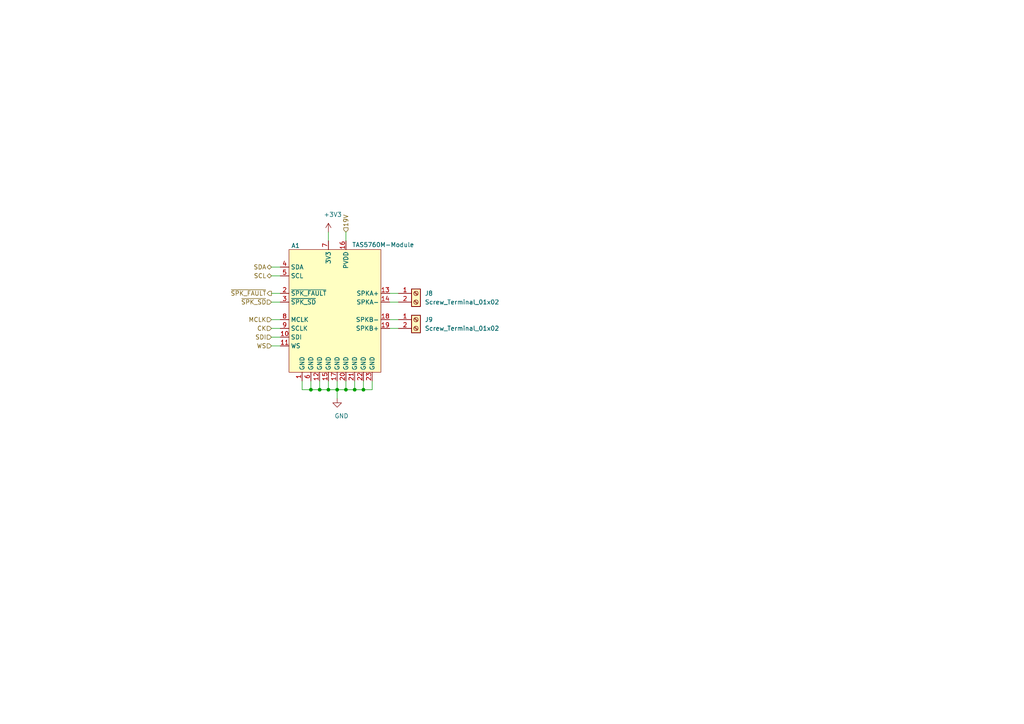
<source format=kicad_sch>
(kicad_sch (version 20210621) (generator eeschema)
  (paper "A4")
  (lib_symbols
    (symbol "Connector:Screw_Terminal_01x02" (pin_names (offset 1.016) hide)
      (property "Reference" "J" (at 0 2.54 0))
      (property "Value" "Screw_Terminal_01x02" (at 0 -5.08 0))
      (symbol "Screw_Terminal_01x02_1_1"
        (circle (center 0 -2.54) (radius 0.635) (stroke (width 0.1524)))
        (circle (center 0 0) (radius 0.635) (stroke (width 0.1524)))
        (rectangle (start -1.27 1.27) (end 1.27 -3.81) (stroke (width 0.254)) (fill (type background)))
        (polyline (pts (xy -0.5334 -2.2098) (xy 0.3302 -3.048)) (stroke (width 0.1524)))
        (polyline (pts (xy -0.5334 0.3302) (xy 0.3302 -0.508)) (stroke (width 0.1524)))
        (polyline (pts (xy -0.3556 -2.032) (xy 0.508 -2.8702)) (stroke (width 0.1524)))
        (polyline (pts (xy -0.3556 0.508) (xy 0.508 -0.3302)) (stroke (width 0.1524)))
        (pin passive line (at -5.08 0 0) (length 3.81) (name "Pin_1") (number "1"))
        (pin passive line (at -5.08 -2.54 0) (length 3.81) (name "Pin_2") (number "2"))
      )
    )
    (symbol "HackAmp-Symbols:TAS5760M-Module"
      (property "Reference" "A" (at -12.7 19.05 0))
      (property "Value" "TAS5760M-Module" (at 12.7 19.05 0))
      (symbol "TAS5760M-Module_0_1"
        (rectangle (start -13.97 17.78) (end 12.7 -17.78) (stroke (width 0.1524)) (fill (type background)))
      )
      (symbol "TAS5760M-Module_1_1"
        (pin power_in line (at -10.16 -20.32 90) (length 2.54) (name "GND") (number "1"))
        (pin input line (at -16.51 -7.62 0) (length 2.54) (name "SDI") (number "10"))
        (pin input line (at -16.51 -10.16 0) (length 2.54) (name "WS") (number "11"))
        (pin power_in line (at -5.08 -20.32 90) (length 2.54) (name "GND") (number "12"))
        (pin output line (at 15.24 5.08 180) (length 2.54) (name "SPKA+") (number "13"))
        (pin output line (at 15.24 2.54 180) (length 2.54) (name "SPKA-") (number "14"))
        (pin power_in line (at -2.54 -20.32 90) (length 2.54) (name "GND") (number "15"))
        (pin power_in line (at 2.54 20.32 270) (length 2.54) (name "PVDD") (number "16"))
        (pin power_in line (at 0 -20.32 90) (length 2.54) (name "GND") (number "17"))
        (pin output line (at 15.24 -2.54 180) (length 2.54) (name "SPKB-") (number "18"))
        (pin output line (at 15.24 -5.08 180) (length 2.54) (name "SPKB+") (number "19"))
        (pin output line (at -16.51 5.08 0) (length 2.54) (name "~{SPK_FAULT}") (number "2"))
        (pin power_in line (at 2.54 -20.32 90) (length 2.54) (name "GND") (number "20"))
        (pin power_in line (at 5.08 -20.32 90) (length 2.54) (name "GND") (number "21"))
        (pin power_in line (at 7.62 -20.32 90) (length 2.54) (name "GND") (number "22"))
        (pin power_in line (at 10.16 -20.32 90) (length 2.54) (name "GND") (number "23"))
        (pin output line (at -16.51 2.54 0) (length 2.54) (name "~{SPK_SD}") (number "3"))
        (pin bidirectional line (at -16.51 12.7 0) (length 2.54) (name "SDA") (number "4"))
        (pin bidirectional line (at -16.51 10.16 0) (length 2.54) (name "SCL") (number "5"))
        (pin power_in line (at -7.62 -20.32 90) (length 2.54) (name "GND") (number "6"))
        (pin power_in line (at -2.54 20.32 270) (length 2.54) (name "3V3") (number "7"))
        (pin input line (at -16.51 -2.54 0) (length 2.54) (name "MCLK") (number "8"))
        (pin input line (at -16.51 -5.08 0) (length 2.54) (name "SCLK") (number "9"))
      )
    )
    (symbol "power:+3V3" (power) (pin_names (offset 0))
      (property "Value" "+3V3" (at 0 3.556 0))
      (symbol "+3V3_0_1"
        (polyline (pts (xy -0.762 1.27) (xy 0 2.54)))
        (polyline (pts (xy 0 0) (xy 0 2.54)))
        (polyline (pts (xy 0 2.54) (xy 0.762 1.27)))
      )
      (symbol "+3V3_1_1"
        (pin power_in line (at 0 0 90) (length 0) hide (name "+3V3") (number "1"))
      )
    )
    (symbol "power:GND" (power) (pin_names (offset 0))
      (property "Value" "GND" (at 0 -3.81 0))
      (symbol "GND_0_1"
        (polyline (pts (xy 0 0) (xy 0 -1.27) (xy 1.27 -1.27) (xy 0 -2.54) (xy -1.27 -1.27) (xy 0 -1.27)))
      )
      (symbol "GND_1_1"
        (pin power_in line (at 0 0 270) (length 0) hide (name "GND") (number "1"))
      )
    )
  )
  (junction (at 90.17 113.03) (diameter 0.9144))
  (junction (at 92.71 113.03) (diameter 0.9144))
  (junction (at 95.25 113.03) (diameter 0.9144))
  (junction (at 97.79 113.03) (diameter 0.9144))
  (junction (at 100.33 113.03) (diameter 0.9144))
  (junction (at 102.87 113.03) (diameter 0.9144))
  (junction (at 105.41 113.03) (diameter 0.9144))
  (wire (pts (xy 78.74 77.47) (xy 81.28 77.47)))
  (wire (pts (xy 78.74 80.01) (xy 81.28 80.01)))
  (wire (pts (xy 78.74 85.09) (xy 81.28 85.09)))
  (wire (pts (xy 78.74 87.63) (xy 81.28 87.63)))
  (wire (pts (xy 78.74 92.71) (xy 81.28 92.71)))
  (wire (pts (xy 78.74 95.25) (xy 81.28 95.25)))
  (wire (pts (xy 78.74 97.79) (xy 81.28 97.79)))
  (wire (pts (xy 78.74 100.33) (xy 81.28 100.33)))
  (wire (pts (xy 87.63 113.03) (xy 87.63 110.49)))
  (wire (pts (xy 90.17 110.49) (xy 90.17 113.03)))
  (wire (pts (xy 90.17 113.03) (xy 87.63 113.03)))
  (wire (pts (xy 92.71 110.49) (xy 92.71 113.03)))
  (wire (pts (xy 92.71 113.03) (xy 90.17 113.03)))
  (wire (pts (xy 95.25 67.31) (xy 95.25 69.85)))
  (wire (pts (xy 95.25 110.49) (xy 95.25 113.03)))
  (wire (pts (xy 95.25 113.03) (xy 92.71 113.03)))
  (wire (pts (xy 97.79 110.49) (xy 97.79 113.03)))
  (wire (pts (xy 97.79 113.03) (xy 95.25 113.03)))
  (wire (pts (xy 97.79 113.03) (xy 97.79 115.57)))
  (wire (pts (xy 100.33 67.31) (xy 100.33 69.85)))
  (wire (pts (xy 100.33 110.49) (xy 100.33 113.03)))
  (wire (pts (xy 100.33 113.03) (xy 97.79 113.03)))
  (wire (pts (xy 102.87 110.49) (xy 102.87 113.03)))
  (wire (pts (xy 102.87 113.03) (xy 100.33 113.03)))
  (wire (pts (xy 105.41 110.49) (xy 105.41 113.03)))
  (wire (pts (xy 105.41 113.03) (xy 102.87 113.03)))
  (wire (pts (xy 107.95 110.49) (xy 107.95 113.03)))
  (wire (pts (xy 107.95 113.03) (xy 105.41 113.03)))
  (wire (pts (xy 113.03 85.09) (xy 115.57 85.09)))
  (wire (pts (xy 113.03 87.63) (xy 115.57 87.63)))
  (wire (pts (xy 113.03 92.71) (xy 115.57 92.71)))
  (wire (pts (xy 113.03 95.25) (xy 115.57 95.25)))
  (hierarchical_label "SDA" (shape bidirectional) (at 78.74 77.47 180))
  (hierarchical_label "SCL" (shape bidirectional) (at 78.74 80.01 180))
  (hierarchical_label "~{SPK_FAULT}" (shape output) (at 78.74 85.09 180))
  (hierarchical_label "~{SPK_SD}" (shape input) (at 78.74 87.63 180))
  (hierarchical_label "MCLK" (shape input) (at 78.74 92.71 180))
  (hierarchical_label "CK" (shape input) (at 78.74 95.25 180))
  (hierarchical_label "SDI" (shape input) (at 78.74 97.79 180))
  (hierarchical_label "WS" (shape input) (at 78.74 100.33 180))
  (hierarchical_label "19V" (shape input) (at 100.33 67.31 90))
  (symbol (lib_id "power:+3V3") (at 95.25 67.31 0) (unit 1)
    (property "Reference" "#PWR0103" (effects hide))
    (property "Value" "+3V3" (at 96.52 62.23 0))
  )
  (symbol (lib_id "power:GND") (at 97.79 115.57 0) (unit 1)
    (property "Reference" "#PWR0131" (effects hide))
    (property "Value" "GND" (at 99.06 120.65 0))
  )
  (symbol (lib_id "Connector:Screw_Terminal_01x02") (at 120.65 85.09 0) (unit 1)
    (property "Reference" "J8" (at 123.19 85.09 0) (effects (justify left)))
    (property "Value" "Screw_Terminal_01x02" (at 123.19 87.63 0) (effects (justify left)))
    (property "Footprint" "HackAmp-Footprints:TE_796638-2_1x02_P5.08mm_Horizontal" (effects hide))
    (property "Mouser" "571-7966382" (effects hide))
    (property "Part Name" "TE Connectivity 796638-2" (effects hide))
  )
  (symbol (lib_id "Connector:Screw_Terminal_01x02") (at 120.65 92.71 0) (unit 1)
    (property "Reference" "J9" (at 123.19 92.71 0) (effects (justify left)))
    (property "Value" "Screw_Terminal_01x02" (at 123.19 95.25 0) (effects (justify left)))
    (property "Footprint" "HackAmp-Footprints:TE_796638-2_1x02_P5.08mm_Horizontal" (effects hide))
    (property "Mouser" "571-7966382" (effects hide))
    (property "Part Name" "TE Connectivity 796638-2" (effects hide))
  )
  (symbol (lib_id "HackAmp-Symbols:TAS5760M-Module") (at 97.79 90.17 0) (unit 1)
    (property "Reference" "A1" (at 85.725 71.2428 0))
    (property "Value" "TAS5760M-Module" (at 111.125 71.0015 0))
    (property "Footprint" "HackAmp-Footprints:TAS5760M_Module_Reverse" (effects hide))
  )
)
</source>
